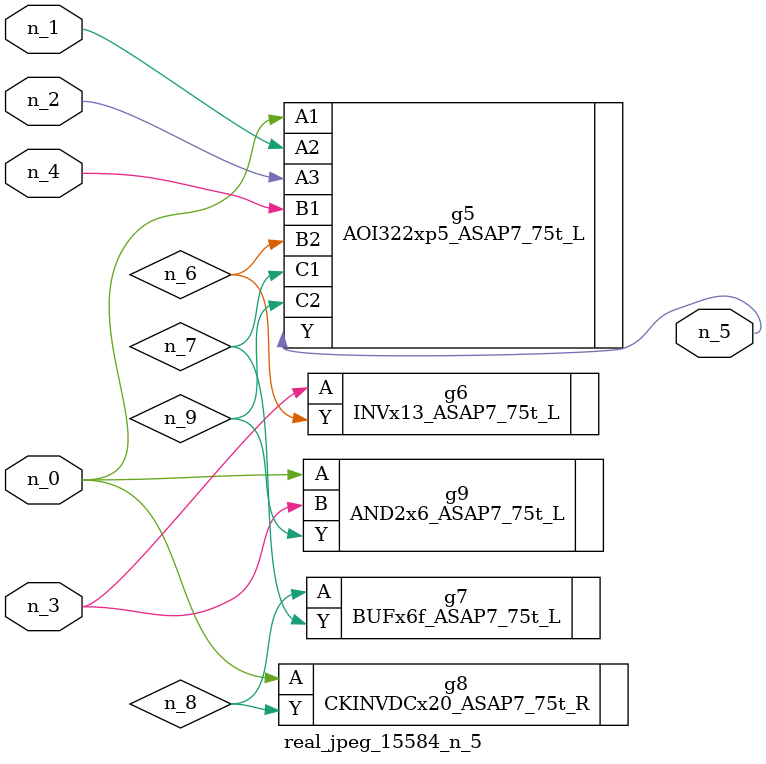
<source format=v>
module real_jpeg_15584_n_5 (n_4, n_0, n_1, n_2, n_3, n_5);

input n_4;
input n_0;
input n_1;
input n_2;
input n_3;

output n_5;

wire n_8;
wire n_6;
wire n_7;
wire n_9;

AOI322xp5_ASAP7_75t_L g5 ( 
.A1(n_0),
.A2(n_1),
.A3(n_2),
.B1(n_4),
.B2(n_6),
.C1(n_7),
.C2(n_9),
.Y(n_5)
);

CKINVDCx20_ASAP7_75t_R g8 ( 
.A(n_0),
.Y(n_8)
);

AND2x6_ASAP7_75t_L g9 ( 
.A(n_0),
.B(n_3),
.Y(n_9)
);

INVx13_ASAP7_75t_L g6 ( 
.A(n_3),
.Y(n_6)
);

BUFx6f_ASAP7_75t_L g7 ( 
.A(n_8),
.Y(n_7)
);


endmodule
</source>
